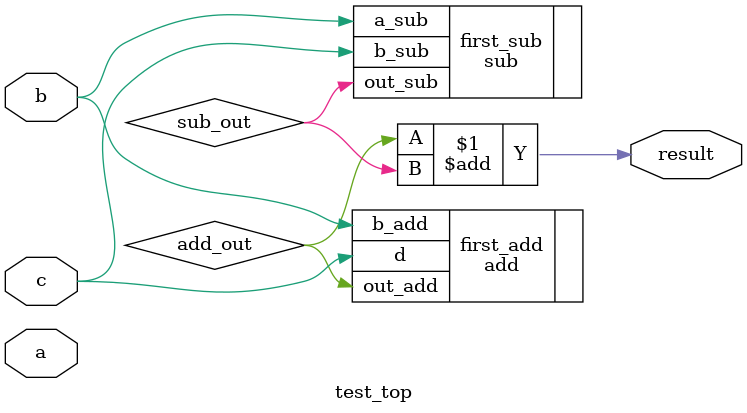
<source format=v>
/* Test module for hierarchy perl script: Top Module
   name: test_top.v
   One module per file
   -------------------------------------------------
   Simple test module with 2 level of hierarchy
*/

module test_top (
input wire a,
input wire b,
input wire c,
output wire result   
);

wire add_out;
wire sub_out;

// one sub module here
add first_add (.d(c),.b_add(b),.out_add(add_out));
// another sub module here
sub first_sub (.a_sub(b), .b_sub(c), .out_sub(sub_out));

assign result = add_out + sub_out;

endmodule

</source>
